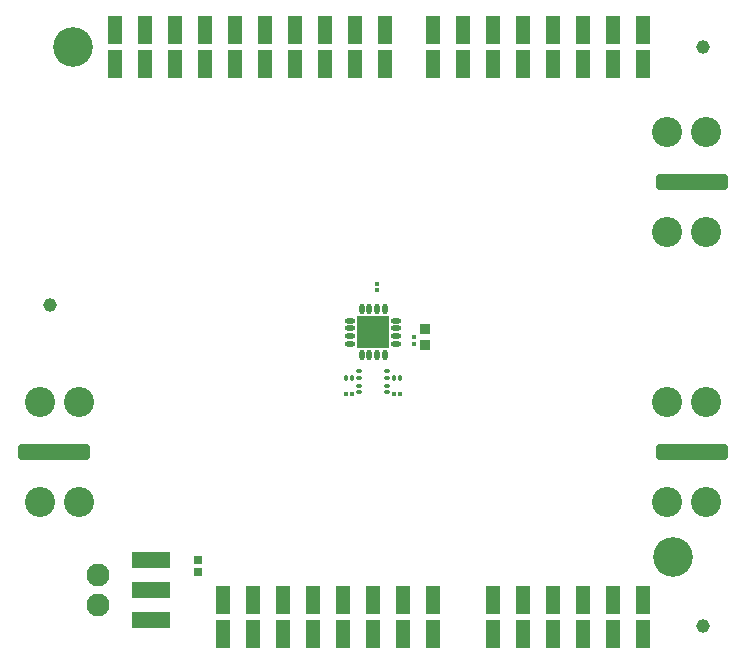
<source format=gts>
G04*
G04 #@! TF.GenerationSoftware,Altium Limited,Altium Designer,21.3.2 (30)*
G04*
G04 Layer_Color=8388736*
%FSLAX24Y24*%
%MOIN*%
G70*
G04*
G04 #@! TF.SameCoordinates,F3A22827-C8A6-453D-B49C-89BDF9855147*
G04*
G04*
G04 #@! TF.FilePolarity,Negative*
G04*
G01*
G75*
G04:AMPARAMS|DCode=30|XSize=15.7mil|YSize=14.6mil|CornerRadius=4.6mil|HoleSize=0mil|Usage=FLASHONLY|Rotation=270.000|XOffset=0mil|YOffset=0mil|HoleType=Round|Shape=RoundedRectangle|*
%AMROUNDEDRECTD30*
21,1,0.0157,0.0053,0,0,270.0*
21,1,0.0065,0.0146,0,0,270.0*
1,1,0.0093,-0.0027,-0.0032*
1,1,0.0093,-0.0027,0.0032*
1,1,0.0093,0.0027,0.0032*
1,1,0.0093,0.0027,-0.0032*
%
%ADD30ROUNDEDRECTD30*%
G04:AMPARAMS|DCode=31|XSize=17.8mil|YSize=16.6mil|CornerRadius=5.7mil|HoleSize=0mil|Usage=FLASHONLY|Rotation=0.000|XOffset=0mil|YOffset=0mil|HoleType=Round|Shape=RoundedRectangle|*
%AMROUNDEDRECTD31*
21,1,0.0178,0.0053,0,0,0.0*
21,1,0.0065,0.0166,0,0,0.0*
1,1,0.0113,0.0032,-0.0027*
1,1,0.0113,-0.0032,-0.0027*
1,1,0.0113,-0.0032,0.0027*
1,1,0.0113,0.0032,0.0027*
%
%ADD31ROUNDEDRECTD31*%
%ADD32R,0.0277X0.0296*%
%ADD33C,0.0454*%
%ADD34R,0.0462X0.0922*%
%ADD35R,0.1312X0.0560*%
G04:AMPARAMS|DCode=36|XSize=242.2mil|YSize=56mil|CornerRadius=15.5mil|HoleSize=0mil|Usage=FLASHONLY|Rotation=180.000|XOffset=0mil|YOffset=0mil|HoleType=Round|Shape=RoundedRectangle|*
%AMROUNDEDRECTD36*
21,1,0.2422,0.0250,0,0,180.0*
21,1,0.2112,0.0560,0,0,180.0*
1,1,0.0310,-0.1056,0.0125*
1,1,0.0310,0.1056,0.0125*
1,1,0.0310,0.1056,-0.0125*
1,1,0.0310,-0.1056,-0.0125*
%
%ADD36ROUNDEDRECTD36*%
G04:AMPARAMS|DCode=37|XSize=17.8mil|YSize=16.6mil|CornerRadius=5.7mil|HoleSize=0mil|Usage=FLASHONLY|Rotation=90.000|XOffset=0mil|YOffset=0mil|HoleType=Round|Shape=RoundedRectangle|*
%AMROUNDEDRECTD37*
21,1,0.0178,0.0053,0,0,90.0*
21,1,0.0065,0.0166,0,0,90.0*
1,1,0.0113,0.0027,0.0032*
1,1,0.0113,0.0027,-0.0032*
1,1,0.0113,-0.0027,-0.0032*
1,1,0.0113,-0.0027,0.0032*
%
%ADD37ROUNDEDRECTD37*%
%ADD38R,0.0178X0.0166*%
%ADD39R,0.0375X0.0355*%
%ADD40O,0.0178X0.0375*%
%ADD41O,0.0375X0.0178*%
%ADD42R,0.1103X0.1103*%
%ADD43C,0.1320*%
%ADD44C,0.0761*%
%ADD45C,0.1005*%
D30*
X12686Y8733D02*
D03*
X12911D02*
D03*
X11311D02*
D03*
X11087D02*
D03*
D31*
X11522Y9016D02*
D03*
Y8791D02*
D03*
X12478Y9016D02*
D03*
Y8791D02*
D03*
X11522Y9494D02*
D03*
Y9270D02*
D03*
X12478Y9494D02*
D03*
Y9270D02*
D03*
D32*
X6156Y2808D02*
D03*
Y3202D02*
D03*
D33*
X22986Y1000D02*
D03*
X23000Y20300D02*
D03*
X1213Y11706D02*
D03*
D34*
X19000Y20877D02*
D03*
X15000D02*
D03*
X19000Y19723D02*
D03*
X15000D02*
D03*
X20000Y20877D02*
D03*
X21000D02*
D03*
X16000D02*
D03*
X17000D02*
D03*
X14000D02*
D03*
X20000Y19723D02*
D03*
X21000D02*
D03*
X16000Y19723D02*
D03*
X17000Y19723D02*
D03*
X14000D02*
D03*
X18000Y20877D02*
D03*
Y19723D02*
D03*
X10400Y20877D02*
D03*
X6400D02*
D03*
X10400Y19723D02*
D03*
X6400Y19723D02*
D03*
X12400Y20877D02*
D03*
X11400D02*
D03*
X8400D02*
D03*
X7400D02*
D03*
X5400D02*
D03*
X4400D02*
D03*
X12400Y19723D02*
D03*
X11400D02*
D03*
X8400D02*
D03*
X7400D02*
D03*
X5400D02*
D03*
X4400Y19723D02*
D03*
X9400Y20877D02*
D03*
X3400D02*
D03*
X9400Y19723D02*
D03*
X3400D02*
D03*
X9000Y723D02*
D03*
X13000D02*
D03*
X9000Y1877D02*
D03*
X13000D02*
D03*
X8000Y723D02*
D03*
X7000D02*
D03*
X12000D02*
D03*
X11000D02*
D03*
X14000D02*
D03*
X8000Y1877D02*
D03*
X7000D02*
D03*
X12000Y1877D02*
D03*
X11000Y1877D02*
D03*
X14000D02*
D03*
X10000Y723D02*
D03*
Y1877D02*
D03*
X18000Y723D02*
D03*
Y1877D02*
D03*
X16000Y723D02*
D03*
X17000D02*
D03*
X20000D02*
D03*
X21000D02*
D03*
X16000Y1877D02*
D03*
X17000D02*
D03*
X20000D02*
D03*
X21000D02*
D03*
X19000Y723D02*
D03*
X19000Y1877D02*
D03*
D35*
X4606Y1207D02*
D03*
Y3207D02*
D03*
Y2207D02*
D03*
D36*
X22634Y15800D02*
D03*
X22627Y6800D02*
D03*
X1372D02*
D03*
D37*
X11087Y9274D02*
D03*
X11311D02*
D03*
X12911D02*
D03*
X12686D02*
D03*
D38*
X13350Y10643D02*
D03*
Y10418D02*
D03*
X12128Y12412D02*
D03*
Y12188D02*
D03*
D39*
X13723Y10360D02*
D03*
Y10891D02*
D03*
D40*
X11616Y10022D02*
D03*
X11872D02*
D03*
X12128D02*
D03*
X12384D02*
D03*
Y11578D02*
D03*
X12128D02*
D03*
X11872D02*
D03*
X11616D02*
D03*
D41*
X12778Y10416D02*
D03*
Y10672D02*
D03*
Y10928D02*
D03*
Y11184D02*
D03*
X11222D02*
D03*
Y10928D02*
D03*
Y10672D02*
D03*
Y10416D02*
D03*
D42*
X12000Y10800D02*
D03*
D43*
X22000Y3300D02*
D03*
X2000Y20300D02*
D03*
D44*
X2836Y1707D02*
D03*
Y2707D02*
D03*
D45*
X21795Y17475D02*
D03*
X23106D02*
D03*
X21795Y14125D02*
D03*
X23106D02*
D03*
X21788Y8475D02*
D03*
X23099D02*
D03*
X21788Y5125D02*
D03*
X23099D02*
D03*
X2211D02*
D03*
X900D02*
D03*
X2211Y8475D02*
D03*
X900D02*
D03*
M02*

</source>
